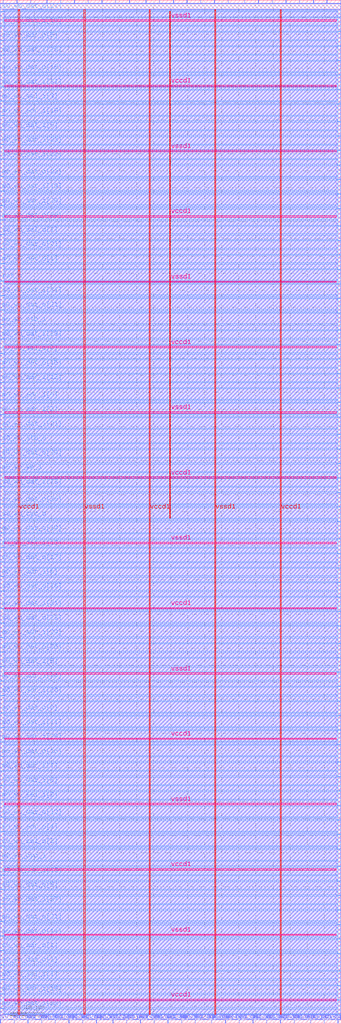
<source format=lef>
VERSION 5.7 ;
  NOWIREEXTENSIONATPIN ON ;
  DIVIDERCHAR "/" ;
  BUSBITCHARS "[]" ;
MACRO wb_interconnect
  CLASS BLOCK ;
  FOREIGN wb_interconnect ;
  ORIGIN 0.000 0.000 ;
  SIZE 400.000 BY 1200.000 ;
  PIN clk_i
    DIRECTION INPUT ;
    USE SIGNAL ;
    PORT
      LAYER met2 ;
        RECT 380.050 0.000 380.330 4.000 ;
    END
  END clk_i
  PIN m0_wb_ack_o
    DIRECTION OUTPUT TRISTATE ;
    USE SIGNAL ;
    PORT
      LAYER met3 ;
        RECT 396.000 1179.840 400.000 1180.440 ;
    END
  END m0_wb_ack_o
  PIN m0_wb_adr_i[0]
    DIRECTION INPUT ;
    USE SIGNAL ;
    PORT
      LAYER met3 ;
        RECT 0.000 731.040 4.000 731.640 ;
    END
  END m0_wb_adr_i[0]
  PIN m0_wb_adr_i[10]
    DIRECTION INPUT ;
    USE SIGNAL ;
    PORT
      LAYER met3 ;
        RECT 0.000 173.440 4.000 174.040 ;
    END
  END m0_wb_adr_i[10]
  PIN m0_wb_adr_i[11]
    DIRECTION INPUT ;
    USE SIGNAL ;
    PORT
      LAYER met2 ;
        RECT 64.490 0.000 64.770 4.000 ;
    END
  END m0_wb_adr_i[11]
  PIN m0_wb_adr_i[12]
    DIRECTION INPUT ;
    USE SIGNAL ;
    PORT
      LAYER met3 ;
        RECT 396.000 272.040 400.000 272.640 ;
    END
  END m0_wb_adr_i[12]
  PIN m0_wb_adr_i[13]
    DIRECTION INPUT ;
    USE SIGNAL ;
    PORT
      LAYER met3 ;
        RECT 0.000 751.440 4.000 752.040 ;
    END
  END m0_wb_adr_i[13]
  PIN m0_wb_adr_i[14]
    DIRECTION INPUT ;
    USE SIGNAL ;
    PORT
      LAYER met2 ;
        RECT 212.610 0.000 212.890 4.000 ;
    END
  END m0_wb_adr_i[14]
  PIN m0_wb_adr_i[15]
    DIRECTION INPUT ;
    USE SIGNAL ;
    PORT
      LAYER met3 ;
        RECT 396.000 482.840 400.000 483.440 ;
    END
  END m0_wb_adr_i[15]
  PIN m0_wb_adr_i[16]
    DIRECTION INPUT ;
    USE SIGNAL ;
    PORT
      LAYER met3 ;
        RECT 0.000 34.040 4.000 34.640 ;
    END
  END m0_wb_adr_i[16]
  PIN m0_wb_adr_i[17]
    DIRECTION INPUT ;
    USE SIGNAL ;
    PORT
      LAYER met3 ;
        RECT 396.000 588.240 400.000 588.840 ;
    END
  END m0_wb_adr_i[17]
  PIN m0_wb_adr_i[18]
    DIRECTION INPUT ;
    USE SIGNAL ;
    PORT
      LAYER met3 ;
        RECT 396.000 306.040 400.000 306.640 ;
    END
  END m0_wb_adr_i[18]
  PIN m0_wb_adr_i[19]
    DIRECTION INPUT ;
    USE SIGNAL ;
    PORT
      LAYER met3 ;
        RECT 0.000 1064.240 4.000 1064.840 ;
    END
  END m0_wb_adr_i[19]
  PIN m0_wb_adr_i[1]
    DIRECTION INPUT ;
    USE SIGNAL ;
    PORT
      LAYER met3 ;
        RECT 0.000 295.840 4.000 296.440 ;
    END
  END m0_wb_adr_i[1]
  PIN m0_wb_adr_i[20]
    DIRECTION INPUT ;
    USE SIGNAL ;
    PORT
      LAYER met3 ;
        RECT 0.000 384.240 4.000 384.840 ;
    END
  END m0_wb_adr_i[20]
  PIN m0_wb_adr_i[21]
    DIRECTION INPUT ;
    USE SIGNAL ;
    PORT
      LAYER met2 ;
        RECT 54.830 1196.000 55.110 1200.000 ;
    END
  END m0_wb_adr_i[21]
  PIN m0_wb_adr_i[22]
    DIRECTION INPUT ;
    USE SIGNAL ;
    PORT
      LAYER met2 ;
        RECT 180.410 0.000 180.690 4.000 ;
    END
  END m0_wb_adr_i[22]
  PIN m0_wb_adr_i[23]
    DIRECTION INPUT ;
    USE SIGNAL ;
    PORT
      LAYER met3 ;
        RECT 0.000 1030.240 4.000 1030.840 ;
    END
  END m0_wb_adr_i[23]
  PIN m0_wb_adr_i[24]
    DIRECTION INPUT ;
    USE SIGNAL ;
    PORT
      LAYER met3 ;
        RECT 0.000 401.240 4.000 401.840 ;
    END
  END m0_wb_adr_i[24]
  PIN m0_wb_adr_i[25]
    DIRECTION INPUT ;
    USE SIGNAL ;
    PORT
      LAYER met3 ;
        RECT 0.000 329.840 4.000 330.440 ;
    END
  END m0_wb_adr_i[25]
  PIN m0_wb_adr_i[26]
    DIRECTION INPUT ;
    USE SIGNAL ;
    PORT
      LAYER met3 ;
        RECT 396.000 115.640 400.000 116.240 ;
    END
  END m0_wb_adr_i[26]
  PIN m0_wb_adr_i[27]
    DIRECTION INPUT ;
    USE SIGNAL ;
    PORT
      LAYER met2 ;
        RECT 318.870 1196.000 319.150 1200.000 ;
    END
  END m0_wb_adr_i[27]
  PIN m0_wb_adr_i[28]
    DIRECTION INPUT ;
    USE SIGNAL ;
    PORT
      LAYER met2 ;
        RECT 35.510 1196.000 35.790 1200.000 ;
    END
  END m0_wb_adr_i[28]
  PIN m0_wb_adr_i[29]
    DIRECTION INPUT ;
    USE SIGNAL ;
    PORT
      LAYER met3 ;
        RECT 0.000 452.240 4.000 452.840 ;
    END
  END m0_wb_adr_i[29]
  PIN m0_wb_adr_i[2]
    DIRECTION INPUT ;
    USE SIGNAL ;
    PORT
      LAYER met3 ;
        RECT 396.000 605.240 400.000 605.840 ;
    END
  END m0_wb_adr_i[2]
  PIN m0_wb_adr_i[30]
    DIRECTION INPUT ;
    USE SIGNAL ;
    PORT
      LAYER met3 ;
        RECT 0.000 958.840 4.000 959.440 ;
    END
  END m0_wb_adr_i[30]
  PIN m0_wb_adr_i[31]
    DIRECTION INPUT ;
    USE SIGNAL ;
    PORT
      LAYER met3 ;
        RECT 396.000 867.040 400.000 867.640 ;
    END
  END m0_wb_adr_i[31]
  PIN m0_wb_adr_i[3]
    DIRECTION INPUT ;
    USE SIGNAL ;
    PORT
      LAYER met3 ;
        RECT 0.000 714.040 4.000 714.640 ;
    END
  END m0_wb_adr_i[3]
  PIN m0_wb_adr_i[4]
    DIRECTION INPUT ;
    USE SIGNAL ;
    PORT
      LAYER met2 ;
        RECT 302.770 1196.000 303.050 1200.000 ;
    END
  END m0_wb_adr_i[4]
  PIN m0_wb_adr_i[5]
    DIRECTION INPUT ;
    USE SIGNAL ;
    PORT
      LAYER met2 ;
        RECT 103.130 1196.000 103.410 1200.000 ;
    END
  END m0_wb_adr_i[5]
  PIN m0_wb_adr_i[6]
    DIRECTION INPUT ;
    USE SIGNAL ;
    PORT
      LAYER met3 ;
        RECT 0.000 523.640 4.000 524.240 ;
    END
  END m0_wb_adr_i[6]
  PIN m0_wb_adr_i[7]
    DIRECTION INPUT ;
    USE SIGNAL ;
    PORT
      LAYER met3 ;
        RECT 396.000 1077.840 400.000 1078.440 ;
    END
  END m0_wb_adr_i[7]
  PIN m0_wb_adr_i[8]
    DIRECTION INPUT ;
    USE SIGNAL ;
    PORT
      LAYER met3 ;
        RECT 396.000 989.440 400.000 990.040 ;
    END
  END m0_wb_adr_i[8]
  PIN m0_wb_adr_i[9]
    DIRECTION INPUT ;
    USE SIGNAL ;
    PORT
      LAYER met3 ;
        RECT 396.000 360.440 400.000 361.040 ;
    END
  END m0_wb_adr_i[9]
  PIN m0_wb_cyc_i
    DIRECTION INPUT ;
    USE SIGNAL ;
    PORT
      LAYER met3 ;
        RECT 0.000 190.440 4.000 191.040 ;
    END
  END m0_wb_cyc_i
  PIN m0_wb_dat_i[0]
    DIRECTION INPUT ;
    USE SIGNAL ;
    PORT
      LAYER met3 ;
        RECT 0.000 1047.240 4.000 1047.840 ;
    END
  END m0_wb_dat_i[0]
  PIN m0_wb_dat_i[10]
    DIRECTION INPUT ;
    USE SIGNAL ;
    PORT
      LAYER met3 ;
        RECT 396.000 1006.440 400.000 1007.040 ;
    END
  END m0_wb_dat_i[10]
  PIN m0_wb_dat_i[11]
    DIRECTION INPUT ;
    USE SIGNAL ;
    PORT
      LAYER met3 ;
        RECT 0.000 346.840 4.000 347.440 ;
    END
  END m0_wb_dat_i[11]
  PIN m0_wb_dat_i[12]
    DIRECTION INPUT ;
    USE SIGNAL ;
    PORT
      LAYER met3 ;
        RECT 396.000 499.840 400.000 500.440 ;
    END
  END m0_wb_dat_i[12]
  PIN m0_wb_dat_i[13]
    DIRECTION INPUT ;
    USE SIGNAL ;
    PORT
      LAYER met3 ;
        RECT 396.000 972.440 400.000 973.040 ;
    END
  END m0_wb_dat_i[13]
  PIN m0_wb_dat_i[14]
    DIRECTION INPUT ;
    USE SIGNAL ;
    PORT
      LAYER met3 ;
        RECT 396.000 639.240 400.000 639.840 ;
    END
  END m0_wb_dat_i[14]
  PIN m0_wb_dat_i[15]
    DIRECTION INPUT ;
    USE SIGNAL ;
    PORT
      LAYER met2 ;
        RECT 219.050 1196.000 219.330 1200.000 ;
    END
  END m0_wb_dat_i[15]
  PIN m0_wb_dat_i[16]
    DIRECTION INPUT ;
    USE SIGNAL ;
    PORT
      LAYER met2 ;
        RECT 202.950 1196.000 203.230 1200.000 ;
    END
  END m0_wb_dat_i[16]
  PIN m0_wb_dat_i[17]
    DIRECTION INPUT ;
    USE SIGNAL ;
    PORT
      LAYER met3 ;
        RECT 396.000 1111.840 400.000 1112.440 ;
    END
  END m0_wb_dat_i[17]
  PIN m0_wb_dat_i[18]
    DIRECTION INPUT ;
    USE SIGNAL ;
    PORT
      LAYER met3 ;
        RECT 0.000 557.640 4.000 558.240 ;
    END
  END m0_wb_dat_i[18]
  PIN m0_wb_dat_i[19]
    DIRECTION INPUT ;
    USE SIGNAL ;
    PORT
      LAYER met3 ;
        RECT 0.000 975.840 4.000 976.440 ;
    END
  END m0_wb_dat_i[19]
  PIN m0_wb_dat_i[1]
    DIRECTION INPUT ;
    USE SIGNAL ;
    PORT
      LAYER met2 ;
        RECT 312.430 0.000 312.710 4.000 ;
    END
  END m0_wb_dat_i[1]
  PIN m0_wb_dat_i[20]
    DIRECTION INPUT ;
    USE SIGNAL ;
    PORT
      LAYER met3 ;
        RECT 396.000 1162.840 400.000 1163.440 ;
    END
  END m0_wb_dat_i[20]
  PIN m0_wb_dat_i[21]
    DIRECTION INPUT ;
    USE SIGNAL ;
    PORT
      LAYER met3 ;
        RECT 0.000 486.240 4.000 486.840 ;
    END
  END m0_wb_dat_i[21]
  PIN m0_wb_dat_i[22]
    DIRECTION INPUT ;
    USE SIGNAL ;
    PORT
      LAYER met3 ;
        RECT 0.000 17.040 4.000 17.640 ;
    END
  END m0_wb_dat_i[22]
  PIN m0_wb_dat_i[23]
    DIRECTION INPUT ;
    USE SIGNAL ;
    PORT
      LAYER met2 ;
        RECT 132.110 0.000 132.390 4.000 ;
    END
  END m0_wb_dat_i[23]
  PIN m0_wb_dat_i[24]
    DIRECTION INPUT ;
    USE SIGNAL ;
    PORT
      LAYER met3 ;
        RECT 396.000 833.040 400.000 833.640 ;
    END
  END m0_wb_dat_i[24]
  PIN m0_wb_dat_i[25]
    DIRECTION INPUT ;
    USE SIGNAL ;
    PORT
      LAYER met3 ;
        RECT 396.000 516.840 400.000 517.440 ;
    END
  END m0_wb_dat_i[25]
  PIN m0_wb_dat_i[26]
    DIRECTION INPUT ;
    USE SIGNAL ;
    PORT
      LAYER met3 ;
        RECT 0.000 1135.640 4.000 1136.240 ;
    END
  END m0_wb_dat_i[26]
  PIN m0_wb_dat_i[27]
    DIRECTION INPUT ;
    USE SIGNAL ;
    PORT
      LAYER met2 ;
        RECT 248.030 0.000 248.310 4.000 ;
    END
  END m0_wb_dat_i[27]
  PIN m0_wb_dat_i[28]
    DIRECTION INPUT ;
    USE SIGNAL ;
    PORT
      LAYER met3 ;
        RECT 396.000 98.640 400.000 99.240 ;
    END
  END m0_wb_dat_i[28]
  PIN m0_wb_dat_i[29]
    DIRECTION INPUT ;
    USE SIGNAL ;
    PORT
      LAYER met3 ;
        RECT 0.000 802.440 4.000 803.040 ;
    END
  END m0_wb_dat_i[29]
  PIN m0_wb_dat_i[2]
    DIRECTION INPUT ;
    USE SIGNAL ;
    PORT
      LAYER met3 ;
        RECT 396.000 1094.840 400.000 1095.440 ;
    END
  END m0_wb_dat_i[2]
  PIN m0_wb_dat_i[30]
    DIRECTION INPUT ;
    USE SIGNAL ;
    PORT
      LAYER met3 ;
        RECT 396.000 761.640 400.000 762.240 ;
    END
  END m0_wb_dat_i[30]
  PIN m0_wb_dat_i[31]
    DIRECTION INPUT ;
    USE SIGNAL ;
    PORT
      LAYER met3 ;
        RECT 0.000 1098.240 4.000 1098.840 ;
    END
  END m0_wb_dat_i[31]
  PIN m0_wb_dat_i[3]
    DIRECTION INPUT ;
    USE SIGNAL ;
    PORT
      LAYER met3 ;
        RECT 396.000 183.640 400.000 184.240 ;
    END
  END m0_wb_dat_i[3]
  PIN m0_wb_dat_i[4]
    DIRECTION INPUT ;
    USE SIGNAL ;
    PORT
      LAYER met2 ;
        RECT 235.150 1196.000 235.430 1200.000 ;
    END
  END m0_wb_dat_i[4]
  PIN m0_wb_dat_i[5]
    DIRECTION INPUT ;
    USE SIGNAL ;
    PORT
      LAYER met3 ;
        RECT 0.000 418.240 4.000 418.840 ;
    END
  END m0_wb_dat_i[5]
  PIN m0_wb_dat_i[6]
    DIRECTION INPUT ;
    USE SIGNAL ;
    PORT
      LAYER met2 ;
        RECT 351.070 1196.000 351.350 1200.000 ;
    END
  END m0_wb_dat_i[6]
  PIN m0_wb_dat_i[7]
    DIRECTION INPUT ;
    USE SIGNAL ;
    PORT
      LAYER met3 ;
        RECT 396.000 411.440 400.000 412.040 ;
    END
  END m0_wb_dat_i[7]
  PIN m0_wb_dat_i[8]
    DIRECTION INPUT ;
    USE SIGNAL ;
    PORT
      LAYER met2 ;
        RECT 334.970 1196.000 335.250 1200.000 ;
    END
  END m0_wb_dat_i[8]
  PIN m0_wb_dat_i[9]
    DIRECTION INPUT ;
    USE SIGNAL ;
    PORT
      LAYER met3 ;
        RECT 396.000 550.840 400.000 551.440 ;
    END
  END m0_wb_dat_i[9]
  PIN m0_wb_dat_o[0]
    DIRECTION OUTPUT TRISTATE ;
    USE SIGNAL ;
    PORT
      LAYER met2 ;
        RECT 363.950 0.000 364.230 4.000 ;
    END
  END m0_wb_dat_o[0]
  PIN m0_wb_dat_o[10]
    DIRECTION OUTPUT TRISTATE ;
    USE SIGNAL ;
    PORT
      LAYER met3 ;
        RECT 396.000 727.640 400.000 728.240 ;
    END
  END m0_wb_dat_o[10]
  PIN m0_wb_dat_o[11]
    DIRECTION OUTPUT TRISTATE ;
    USE SIGNAL ;
    PORT
      LAYER met2 ;
        RECT 267.350 1196.000 267.630 1200.000 ;
    END
  END m0_wb_dat_o[11]
  PIN m0_wb_dat_o[12]
    DIRECTION OUTPUT TRISTATE ;
    USE SIGNAL ;
    PORT
      LAYER met3 ;
        RECT 396.000 204.040 400.000 204.640 ;
    END
  END m0_wb_dat_o[12]
  PIN m0_wb_dat_o[13]
    DIRECTION OUTPUT TRISTATE ;
    USE SIGNAL ;
    PORT
      LAYER met2 ;
        RECT 228.710 0.000 228.990 4.000 ;
    END
  END m0_wb_dat_o[13]
  PIN m0_wb_dat_o[14]
    DIRECTION OUTPUT TRISTATE ;
    USE SIGNAL ;
    PORT
      LAYER met3 ;
        RECT 0.000 102.040 4.000 102.640 ;
    END
  END m0_wb_dat_o[14]
  PIN m0_wb_dat_o[15]
    DIRECTION OUTPUT TRISTATE ;
    USE SIGNAL ;
    PORT
      LAYER met3 ;
        RECT 0.000 768.440 4.000 769.040 ;
    END
  END m0_wb_dat_o[15]
  PIN m0_wb_dat_o[16]
    DIRECTION OUTPUT TRISTATE ;
    USE SIGNAL ;
    PORT
      LAYER met3 ;
        RECT 0.000 312.840 4.000 313.440 ;
    END
  END m0_wb_dat_o[16]
  PIN m0_wb_dat_o[17]
    DIRECTION OUTPUT TRISTATE ;
    USE SIGNAL ;
    PORT
      LAYER met3 ;
        RECT 396.000 795.640 400.000 796.240 ;
    END
  END m0_wb_dat_o[17]
  PIN m0_wb_dat_o[18]
    DIRECTION OUTPUT TRISTATE ;
    USE SIGNAL ;
    PORT
      LAYER met3 ;
        RECT 0.000 1115.240 4.000 1115.840 ;
    END
  END m0_wb_dat_o[18]
  PIN m0_wb_dat_o[19]
    DIRECTION OUTPUT TRISTATE ;
    USE SIGNAL ;
    PORT
      LAYER met3 ;
        RECT 0.000 574.640 4.000 575.240 ;
    END
  END m0_wb_dat_o[19]
  PIN m0_wb_dat_o[1]
    DIRECTION OUTPUT TRISTATE ;
    USE SIGNAL ;
    PORT
      LAYER met3 ;
        RECT 0.000 890.840 4.000 891.440 ;
    END
  END m0_wb_dat_o[1]
  PIN m0_wb_dat_o[20]
    DIRECTION OUTPUT TRISTATE ;
    USE SIGNAL ;
    PORT
      LAYER met3 ;
        RECT 396.000 1040.440 400.000 1041.040 ;
    END
  END m0_wb_dat_o[20]
  PIN m0_wb_dat_o[21]
    DIRECTION OUTPUT TRISTATE ;
    USE SIGNAL ;
    PORT
      LAYER met3 ;
        RECT 0.000 836.440 4.000 837.040 ;
    END
  END m0_wb_dat_o[21]
  PIN m0_wb_dat_o[22]
    DIRECTION OUTPUT TRISTATE ;
    USE SIGNAL ;
    PORT
      LAYER met3 ;
        RECT 0.000 992.840 4.000 993.440 ;
    END
  END m0_wb_dat_o[22]
  PIN m0_wb_dat_o[23]
    DIRECTION OUTPUT TRISTATE ;
    USE SIGNAL ;
    PORT
      LAYER met3 ;
        RECT 396.000 221.040 400.000 221.640 ;
    END
  END m0_wb_dat_o[23]
  PIN m0_wb_dat_o[24]
    DIRECTION OUTPUT TRISTATE ;
    USE SIGNAL ;
    PORT
      LAYER met2 ;
        RECT 19.410 1196.000 19.690 1200.000 ;
    END
  END m0_wb_dat_o[24]
  PIN m0_wb_dat_o[25]
    DIRECTION OUTPUT TRISTATE ;
    USE SIGNAL ;
    PORT
      LAYER met2 ;
        RECT 383.270 1196.000 383.550 1200.000 ;
    END
  END m0_wb_dat_o[25]
  PIN m0_wb_dat_o[26]
    DIRECTION OUTPUT TRISTATE ;
    USE SIGNAL ;
    PORT
      LAYER met3 ;
        RECT 0.000 435.240 4.000 435.840 ;
    END
  END m0_wb_dat_o[26]
  PIN m0_wb_dat_o[27]
    DIRECTION OUTPUT TRISTATE ;
    USE SIGNAL ;
    PORT
      LAYER met2 ;
        RECT 32.290 0.000 32.570 4.000 ;
    END
  END m0_wb_dat_o[27]
  PIN m0_wb_dat_o[28]
    DIRECTION OUTPUT TRISTATE ;
    USE SIGNAL ;
    PORT
      LAYER met2 ;
        RECT 264.130 0.000 264.410 4.000 ;
    END
  END m0_wb_dat_o[28]
  PIN m0_wb_dat_o[29]
    DIRECTION OUTPUT TRISTATE ;
    USE SIGNAL ;
    PORT
      LAYER met3 ;
        RECT 0.000 941.840 4.000 942.440 ;
    END
  END m0_wb_dat_o[29]
  PIN m0_wb_dat_o[2]
    DIRECTION OUTPUT TRISTATE ;
    USE SIGNAL ;
    PORT
      LAYER met3 ;
        RECT 396.000 428.440 400.000 429.040 ;
    END
  END m0_wb_dat_o[2]
  PIN m0_wb_dat_o[30]
    DIRECTION OUTPUT TRISTATE ;
    USE SIGNAL ;
    PORT
      LAYER met2 ;
        RECT 296.330 0.000 296.610 4.000 ;
    END
  END m0_wb_dat_o[30]
  PIN m0_wb_dat_o[31]
    DIRECTION OUTPUT TRISTATE ;
    USE SIGNAL ;
    PORT
      LAYER met3 ;
        RECT 0.000 119.040 4.000 119.640 ;
    END
  END m0_wb_dat_o[31]
  PIN m0_wb_dat_o[3]
    DIRECTION OUTPUT TRISTATE ;
    USE SIGNAL ;
    PORT
      LAYER met3 ;
        RECT 396.000 255.040 400.000 255.640 ;
    END
  END m0_wb_dat_o[3]
  PIN m0_wb_dat_o[4]
    DIRECTION OUTPUT TRISTATE ;
    USE SIGNAL ;
    PORT
      LAYER met3 ;
        RECT 396.000 81.640 400.000 82.240 ;
    END
  END m0_wb_dat_o[4]
  PIN m0_wb_dat_o[5]
    DIRECTION OUTPUT TRISTATE ;
    USE SIGNAL ;
    PORT
      LAYER met3 ;
        RECT 396.000 812.640 400.000 813.240 ;
    END
  END m0_wb_dat_o[5]
  PIN m0_wb_dat_o[6]
    DIRECTION OUTPUT TRISTATE ;
    USE SIGNAL ;
    PORT
      LAYER met3 ;
        RECT 396.000 673.240 400.000 673.840 ;
    END
  END m0_wb_dat_o[6]
  PIN m0_wb_dat_o[7]
    DIRECTION OUTPUT TRISTATE ;
    USE SIGNAL ;
    PORT
      LAYER met2 ;
        RECT 286.670 1196.000 286.950 1200.000 ;
    END
  END m0_wb_dat_o[7]
  PIN m0_wb_dat_o[8]
    DIRECTION OUTPUT TRISTATE ;
    USE SIGNAL ;
    PORT
      LAYER met2 ;
        RECT 119.230 1196.000 119.510 1200.000 ;
    END
  END m0_wb_dat_o[8]
  PIN m0_wb_dat_o[9]
    DIRECTION OUTPUT TRISTATE ;
    USE SIGNAL ;
    PORT
      LAYER met3 ;
        RECT 396.000 238.040 400.000 238.640 ;
    END
  END m0_wb_dat_o[9]
  PIN m0_wb_sel_i[0]
    DIRECTION INPUT ;
    USE SIGNAL ;
    PORT
      LAYER met3 ;
        RECT 396.000 1145.840 400.000 1146.440 ;
    END
  END m0_wb_sel_i[0]
  PIN m0_wb_sel_i[1]
    DIRECTION INPUT ;
    USE SIGNAL ;
    PORT
      LAYER met3 ;
        RECT 0.000 51.040 4.000 51.640 ;
    END
  END m0_wb_sel_i[1]
  PIN m0_wb_sel_i[2]
    DIRECTION INPUT ;
    USE SIGNAL ;
    PORT
      LAYER met3 ;
        RECT 0.000 261.840 4.000 262.440 ;
    END
  END m0_wb_sel_i[2]
  PIN m0_wb_sel_i[3]
    DIRECTION INPUT ;
    USE SIGNAL ;
    PORT
      LAYER met3 ;
        RECT 0.000 1081.240 4.000 1081.840 ;
    END
  END m0_wb_sel_i[3]
  PIN m0_wb_stb_i
    DIRECTION INPUT ;
    USE SIGNAL ;
    PORT
      LAYER met3 ;
        RECT 0.000 819.440 4.000 820.040 ;
    END
  END m0_wb_stb_i
  PIN m0_wb_we_i
    DIRECTION INPUT ;
    USE SIGNAL ;
    PORT
      LAYER met3 ;
        RECT 0.000 646.040 4.000 646.640 ;
    END
  END m0_wb_we_i
  PIN rst_n
    DIRECTION INPUT ;
    USE SIGNAL ;
    PORT
      LAYER met3 ;
        RECT 0.000 870.440 4.000 871.040 ;
    END
  END rst_n
  PIN s0_wb_ack_i
    DIRECTION INPUT ;
    USE SIGNAL ;
    PORT
      LAYER met3 ;
        RECT 396.000 850.040 400.000 850.640 ;
    END
  END s0_wb_ack_i
  PIN s0_wb_adr_o[0]
    DIRECTION OUTPUT TRISTATE ;
    USE SIGNAL ;
    PORT
      LAYER met3 ;
        RECT 396.000 394.440 400.000 395.040 ;
    END
  END s0_wb_adr_o[0]
  PIN s0_wb_adr_o[1]
    DIRECTION OUTPUT TRISTATE ;
    USE SIGNAL ;
    PORT
      LAYER met3 ;
        RECT 0.000 85.040 4.000 85.640 ;
    END
  END s0_wb_adr_o[1]
  PIN s0_wb_adr_o[2]
    DIRECTION OUTPUT TRISTATE ;
    USE SIGNAL ;
    PORT
      LAYER met3 ;
        RECT 396.000 884.040 400.000 884.640 ;
    END
  END s0_wb_adr_o[2]
  PIN s0_wb_adr_o[3]
    DIRECTION OUTPUT TRISTATE ;
    USE SIGNAL ;
    PORT
      LAYER met3 ;
        RECT 396.000 10.240 400.000 10.840 ;
    END
  END s0_wb_adr_o[3]
  PIN s0_wb_adr_o[4]
    DIRECTION OUTPUT TRISTATE ;
    USE SIGNAL ;
    PORT
      LAYER met3 ;
        RECT 0.000 224.440 4.000 225.040 ;
    END
  END s0_wb_adr_o[4]
  PIN s0_wb_adr_o[5]
    DIRECTION OUTPUT TRISTATE ;
    USE SIGNAL ;
    PORT
      LAYER met3 ;
        RECT 0.000 1152.640 4.000 1153.240 ;
    END
  END s0_wb_adr_o[5]
  PIN s0_wb_adr_o[6]
    DIRECTION OUTPUT TRISTATE ;
    USE SIGNAL ;
    PORT
      LAYER met3 ;
        RECT 396.000 166.640 400.000 167.240 ;
    END
  END s0_wb_adr_o[6]
  PIN s0_wb_adr_o[7]
    DIRECTION OUTPUT TRISTATE ;
    USE SIGNAL ;
    PORT
      LAYER met3 ;
        RECT 396.000 343.440 400.000 344.040 ;
    END
  END s0_wb_adr_o[7]
  PIN s0_wb_cyc_o
    DIRECTION OUTPUT TRISTATE ;
    USE SIGNAL ;
    PORT
      LAYER met3 ;
        RECT 0.000 591.640 4.000 592.240 ;
    END
  END s0_wb_cyc_o
  PIN s0_wb_dat_i[0]
    DIRECTION INPUT ;
    USE SIGNAL ;
    PORT
      LAYER met3 ;
        RECT 396.000 710.640 400.000 711.240 ;
    END
  END s0_wb_dat_i[0]
  PIN s0_wb_dat_i[10]
    DIRECTION INPUT ;
    USE SIGNAL ;
    PORT
      LAYER met3 ;
        RECT 0.000 1169.640 4.000 1170.240 ;
    END
  END s0_wb_dat_i[10]
  PIN s0_wb_dat_i[11]
    DIRECTION INPUT ;
    USE SIGNAL ;
    PORT
      LAYER met2 ;
        RECT 87.030 1196.000 87.310 1200.000 ;
    END
  END s0_wb_dat_i[11]
  PIN s0_wb_dat_i[12]
    DIRECTION INPUT ;
    USE SIGNAL ;
    PORT
      LAYER met2 ;
        RECT 70.930 1196.000 71.210 1200.000 ;
    END
  END s0_wb_dat_i[12]
  PIN s0_wb_dat_i[13]
    DIRECTION INPUT ;
    USE SIGNAL ;
    PORT
      LAYER met3 ;
        RECT 0.000 629.040 4.000 629.640 ;
    END
  END s0_wb_dat_i[13]
  PIN s0_wb_dat_i[14]
    DIRECTION INPUT ;
    USE SIGNAL ;
    PORT
      LAYER met2 ;
        RECT 112.790 0.000 113.070 4.000 ;
    END
  END s0_wb_dat_i[14]
  PIN s0_wb_dat_i[15]
    DIRECTION INPUT ;
    USE SIGNAL ;
    PORT
      LAYER met3 ;
        RECT 396.000 533.840 400.000 534.440 ;
    END
  END s0_wb_dat_i[15]
  PIN s0_wb_dat_i[16]
    DIRECTION INPUT ;
    USE SIGNAL ;
    PORT
      LAYER met2 ;
        RECT 344.630 0.000 344.910 4.000 ;
    END
  END s0_wb_dat_i[16]
  PIN s0_wb_dat_i[17]
    DIRECTION INPUT ;
    USE SIGNAL ;
    PORT
      LAYER met3 ;
        RECT 396.000 1057.440 400.000 1058.040 ;
    END
  END s0_wb_dat_i[17]
  PIN s0_wb_dat_i[18]
    DIRECTION INPUT ;
    USE SIGNAL ;
    PORT
      LAYER met3 ;
        RECT 396.000 901.040 400.000 901.640 ;
    END
  END s0_wb_dat_i[18]
  PIN s0_wb_dat_i[19]
    DIRECTION INPUT ;
    USE SIGNAL ;
    PORT
      LAYER met2 ;
        RECT 135.330 1196.000 135.610 1200.000 ;
    END
  END s0_wb_dat_i[19]
  PIN s0_wb_dat_i[1]
    DIRECTION INPUT ;
    USE SIGNAL ;
    PORT
      LAYER met2 ;
        RECT 80.590 0.000 80.870 4.000 ;
    END
  END s0_wb_dat_i[1]
  PIN s0_wb_dat_i[20]
    DIRECTION INPUT ;
    USE SIGNAL ;
    PORT
      LAYER met3 ;
        RECT 396.000 622.240 400.000 622.840 ;
    END
  END s0_wb_dat_i[20]
  PIN s0_wb_dat_i[21]
    DIRECTION INPUT ;
    USE SIGNAL ;
    PORT
      LAYER met3 ;
        RECT 0.000 697.040 4.000 697.640 ;
    END
  END s0_wb_dat_i[21]
  PIN s0_wb_dat_i[22]
    DIRECTION INPUT ;
    USE SIGNAL ;
    PORT
      LAYER met3 ;
        RECT 0.000 1013.240 4.000 1013.840 ;
    END
  END s0_wb_dat_i[22]
  PIN s0_wb_dat_i[23]
    DIRECTION INPUT ;
    USE SIGNAL ;
    PORT
      LAYER met3 ;
        RECT 396.000 744.640 400.000 745.240 ;
    END
  END s0_wb_dat_i[23]
  PIN s0_wb_dat_i[24]
    DIRECTION INPUT ;
    USE SIGNAL ;
    PORT
      LAYER met3 ;
        RECT 396.000 445.440 400.000 446.040 ;
    END
  END s0_wb_dat_i[24]
  PIN s0_wb_dat_i[25]
    DIRECTION INPUT ;
    USE SIGNAL ;
    PORT
      LAYER met3 ;
        RECT 396.000 27.240 400.000 27.840 ;
    END
  END s0_wb_dat_i[25]
  PIN s0_wb_dat_i[26]
    DIRECTION INPUT ;
    USE SIGNAL ;
    PORT
      LAYER met3 ;
        RECT 396.000 1023.440 400.000 1024.040 ;
    END
  END s0_wb_dat_i[26]
  PIN s0_wb_dat_i[27]
    DIRECTION INPUT ;
    USE SIGNAL ;
    PORT
      LAYER met3 ;
        RECT 0.000 139.440 4.000 140.040 ;
    END
  END s0_wb_dat_i[27]
  PIN s0_wb_dat_i[28]
    DIRECTION INPUT ;
    USE SIGNAL ;
    PORT
      LAYER met2 ;
        RECT 196.510 0.000 196.790 4.000 ;
    END
  END s0_wb_dat_i[28]
  PIN s0_wb_dat_i[29]
    DIRECTION INPUT ;
    USE SIGNAL ;
    PORT
      LAYER met3 ;
        RECT 396.000 656.240 400.000 656.840 ;
    END
  END s0_wb_dat_i[29]
  PIN s0_wb_dat_i[2]
    DIRECTION INPUT ;
    USE SIGNAL ;
    PORT
      LAYER met3 ;
        RECT 396.000 132.640 400.000 133.240 ;
    END
  END s0_wb_dat_i[2]
  PIN s0_wb_dat_i[30]
    DIRECTION INPUT ;
    USE SIGNAL ;
    PORT
      LAYER met3 ;
        RECT 396.000 465.840 400.000 466.440 ;
    END
  END s0_wb_dat_i[30]
  PIN s0_wb_dat_i[31]
    DIRECTION INPUT ;
    USE SIGNAL ;
    PORT
      LAYER met3 ;
        RECT 0.000 853.440 4.000 854.040 ;
    END
  END s0_wb_dat_i[31]
  PIN s0_wb_dat_i[3]
    DIRECTION INPUT ;
    USE SIGNAL ;
    PORT
      LAYER met3 ;
        RECT 396.000 289.040 400.000 289.640 ;
    END
  END s0_wb_dat_i[3]
  PIN s0_wb_dat_i[4]
    DIRECTION INPUT ;
    USE SIGNAL ;
    PORT
      LAYER met2 ;
        RECT 96.690 0.000 96.970 4.000 ;
    END
  END s0_wb_dat_i[4]
  PIN s0_wb_dat_i[5]
    DIRECTION INPUT ;
    USE SIGNAL ;
    PORT
      LAYER met2 ;
        RECT 328.530 0.000 328.810 4.000 ;
    END
  END s0_wb_dat_i[5]
  PIN s0_wb_dat_i[6]
    DIRECTION INPUT ;
    USE SIGNAL ;
    PORT
      LAYER met3 ;
        RECT 0.000 278.840 4.000 279.440 ;
    END
  END s0_wb_dat_i[6]
  PIN s0_wb_dat_i[7]
    DIRECTION INPUT ;
    USE SIGNAL ;
    PORT
      LAYER met3 ;
        RECT 396.000 1128.840 400.000 1129.440 ;
    END
  END s0_wb_dat_i[7]
  PIN s0_wb_dat_i[8]
    DIRECTION INPUT ;
    USE SIGNAL ;
    PORT
      LAYER met3 ;
        RECT 396.000 918.040 400.000 918.640 ;
    END
  END s0_wb_dat_i[8]
  PIN s0_wb_dat_i[9]
    DIRECTION INPUT ;
    USE SIGNAL ;
    PORT
      LAYER met3 ;
        RECT 396.000 326.440 400.000 327.040 ;
    END
  END s0_wb_dat_i[9]
  PIN s0_wb_dat_o[0]
    DIRECTION OUTPUT TRISTATE ;
    USE SIGNAL ;
    PORT
      LAYER met3 ;
        RECT 0.000 363.840 4.000 364.440 ;
    END
  END s0_wb_dat_o[0]
  PIN s0_wb_dat_o[10]
    DIRECTION OUTPUT TRISTATE ;
    USE SIGNAL ;
    PORT
      LAYER met3 ;
        RECT 396.000 690.240 400.000 690.840 ;
    END
  END s0_wb_dat_o[10]
  PIN s0_wb_dat_o[11]
    DIRECTION OUTPUT TRISTATE ;
    USE SIGNAL ;
    PORT
      LAYER met2 ;
        RECT 16.190 0.000 16.470 4.000 ;
    END
  END s0_wb_dat_o[11]
  PIN s0_wb_dat_o[12]
    DIRECTION OUTPUT TRISTATE ;
    USE SIGNAL ;
    PORT
      LAYER met3 ;
        RECT 0.000 241.440 4.000 242.040 ;
    END
  END s0_wb_dat_o[12]
  PIN s0_wb_dat_o[13]
    DIRECTION OUTPUT TRISTATE ;
    USE SIGNAL ;
    PORT
      LAYER met2 ;
        RECT 399.370 1196.000 399.650 1200.000 ;
    END
  END s0_wb_dat_o[13]
  PIN s0_wb_dat_o[14]
    DIRECTION OUTPUT TRISTATE ;
    USE SIGNAL ;
    PORT
      LAYER met3 ;
        RECT 396.000 377.440 400.000 378.040 ;
    END
  END s0_wb_dat_o[14]
  PIN s0_wb_dat_o[15]
    DIRECTION OUTPUT TRISTATE ;
    USE SIGNAL ;
    PORT
      LAYER met2 ;
        RECT 367.170 1196.000 367.450 1200.000 ;
    END
  END s0_wb_dat_o[15]
  PIN s0_wb_dat_o[16]
    DIRECTION OUTPUT TRISTATE ;
    USE SIGNAL ;
    PORT
      LAYER met3 ;
        RECT 0.000 506.640 4.000 507.240 ;
    END
  END s0_wb_dat_o[16]
  PIN s0_wb_dat_o[17]
    DIRECTION OUTPUT TRISTATE ;
    USE SIGNAL ;
    PORT
      LAYER met3 ;
        RECT 0.000 540.640 4.000 541.240 ;
    END
  END s0_wb_dat_o[17]
  PIN s0_wb_dat_o[18]
    DIRECTION OUTPUT TRISTATE ;
    USE SIGNAL ;
    PORT
      LAYER met3 ;
        RECT 396.000 61.240 400.000 61.840 ;
    END
  END s0_wb_dat_o[18]
  PIN s0_wb_dat_o[19]
    DIRECTION OUTPUT TRISTATE ;
    USE SIGNAL ;
    PORT
      LAYER met2 ;
        RECT 0.090 0.000 0.370 4.000 ;
    END
  END s0_wb_dat_o[19]
  PIN s0_wb_dat_o[1]
    DIRECTION OUTPUT TRISTATE ;
    USE SIGNAL ;
    PORT
      LAYER met3 ;
        RECT 0.000 68.040 4.000 68.640 ;
    END
  END s0_wb_dat_o[1]
  PIN s0_wb_dat_o[20]
    DIRECTION OUTPUT TRISTATE ;
    USE SIGNAL ;
    PORT
      LAYER met3 ;
        RECT 0.000 608.640 4.000 609.240 ;
    END
  END s0_wb_dat_o[20]
  PIN s0_wb_dat_o[21]
    DIRECTION OUTPUT TRISTATE ;
    USE SIGNAL ;
    PORT
      LAYER met3 ;
        RECT 0.000 907.840 4.000 908.440 ;
    END
  END s0_wb_dat_o[21]
  PIN s0_wb_dat_o[22]
    DIRECTION OUTPUT TRISTATE ;
    USE SIGNAL ;
    PORT
      LAYER met2 ;
        RECT 3.310 1196.000 3.590 1200.000 ;
    END
  END s0_wb_dat_o[22]
  PIN s0_wb_dat_o[23]
    DIRECTION OUTPUT TRISTATE ;
    USE SIGNAL ;
    PORT
      LAYER met3 ;
        RECT 0.000 469.240 4.000 469.840 ;
    END
  END s0_wb_dat_o[23]
  PIN s0_wb_dat_o[24]
    DIRECTION OUTPUT TRISTATE ;
    USE SIGNAL ;
    PORT
      LAYER met2 ;
        RECT 148.210 0.000 148.490 4.000 ;
    END
  END s0_wb_dat_o[24]
  PIN s0_wb_dat_o[25]
    DIRECTION OUTPUT TRISTATE ;
    USE SIGNAL ;
    PORT
      LAYER met2 ;
        RECT 48.390 0.000 48.670 4.000 ;
    END
  END s0_wb_dat_o[25]
  PIN s0_wb_dat_o[26]
    DIRECTION OUTPUT TRISTATE ;
    USE SIGNAL ;
    PORT
      LAYER met2 ;
        RECT 151.430 1196.000 151.710 1200.000 ;
    END
  END s0_wb_dat_o[26]
  PIN s0_wb_dat_o[27]
    DIRECTION OUTPUT TRISTATE ;
    USE SIGNAL ;
    PORT
      LAYER met3 ;
        RECT 0.000 1186.640 4.000 1187.240 ;
    END
  END s0_wb_dat_o[27]
  PIN s0_wb_dat_o[28]
    DIRECTION OUTPUT TRISTATE ;
    USE SIGNAL ;
    PORT
      LAYER met2 ;
        RECT 396.150 0.000 396.430 4.000 ;
    END
  END s0_wb_dat_o[28]
  PIN s0_wb_dat_o[29]
    DIRECTION OUTPUT TRISTATE ;
    USE SIGNAL ;
    PORT
      LAYER met2 ;
        RECT 251.250 1196.000 251.530 1200.000 ;
    END
  END s0_wb_dat_o[29]
  PIN s0_wb_dat_o[2]
    DIRECTION OUTPUT TRISTATE ;
    USE SIGNAL ;
    PORT
      LAYER met3 ;
        RECT 396.000 567.840 400.000 568.440 ;
    END
  END s0_wb_dat_o[2]
  PIN s0_wb_dat_o[30]
    DIRECTION OUTPUT TRISTATE ;
    USE SIGNAL ;
    PORT
      LAYER met3 ;
        RECT 0.000 663.040 4.000 663.640 ;
    END
  END s0_wb_dat_o[30]
  PIN s0_wb_dat_o[31]
    DIRECTION OUTPUT TRISTATE ;
    USE SIGNAL ;
    PORT
      LAYER met3 ;
        RECT 396.000 955.440 400.000 956.040 ;
    END
  END s0_wb_dat_o[31]
  PIN s0_wb_dat_o[3]
    DIRECTION OUTPUT TRISTATE ;
    USE SIGNAL ;
    PORT
      LAYER met2 ;
        RECT 164.310 0.000 164.590 4.000 ;
    END
  END s0_wb_dat_o[3]
  PIN s0_wb_dat_o[4]
    DIRECTION OUTPUT TRISTATE ;
    USE SIGNAL ;
    PORT
      LAYER met2 ;
        RECT 280.230 0.000 280.510 4.000 ;
    END
  END s0_wb_dat_o[4]
  PIN s0_wb_dat_o[5]
    DIRECTION OUTPUT TRISTATE ;
    USE SIGNAL ;
    PORT
      LAYER met3 ;
        RECT 0.000 156.440 4.000 157.040 ;
    END
  END s0_wb_dat_o[5]
  PIN s0_wb_dat_o[6]
    DIRECTION OUTPUT TRISTATE ;
    USE SIGNAL ;
    PORT
      LAYER met3 ;
        RECT 396.000 935.040 400.000 935.640 ;
    END
  END s0_wb_dat_o[6]
  PIN s0_wb_dat_o[7]
    DIRECTION OUTPUT TRISTATE ;
    USE SIGNAL ;
    PORT
      LAYER met3 ;
        RECT 396.000 44.240 400.000 44.840 ;
    END
  END s0_wb_dat_o[7]
  PIN s0_wb_dat_o[8]
    DIRECTION OUTPUT TRISTATE ;
    USE SIGNAL ;
    PORT
      LAYER met2 ;
        RECT 186.850 1196.000 187.130 1200.000 ;
    END
  END s0_wb_dat_o[8]
  PIN s0_wb_dat_o[9]
    DIRECTION OUTPUT TRISTATE ;
    USE SIGNAL ;
    PORT
      LAYER met2 ;
        RECT 170.750 1196.000 171.030 1200.000 ;
    END
  END s0_wb_dat_o[9]
  PIN s0_wb_sel_o[0]
    DIRECTION OUTPUT TRISTATE ;
    USE SIGNAL ;
    PORT
      LAYER met3 ;
        RECT 0.000 785.440 4.000 786.040 ;
    END
  END s0_wb_sel_o[0]
  PIN s0_wb_sel_o[1]
    DIRECTION OUTPUT TRISTATE ;
    USE SIGNAL ;
    PORT
      LAYER met3 ;
        RECT 0.000 924.840 4.000 925.440 ;
    END
  END s0_wb_sel_o[1]
  PIN s0_wb_sel_o[2]
    DIRECTION OUTPUT TRISTATE ;
    USE SIGNAL ;
    PORT
      LAYER met3 ;
        RECT 396.000 149.640 400.000 150.240 ;
    END
  END s0_wb_sel_o[2]
  PIN s0_wb_sel_o[3]
    DIRECTION OUTPUT TRISTATE ;
    USE SIGNAL ;
    PORT
      LAYER met3 ;
        RECT 0.000 207.440 4.000 208.040 ;
    END
  END s0_wb_sel_o[3]
  PIN s0_wb_stb_o
    DIRECTION OUTPUT TRISTATE ;
    USE SIGNAL ;
    PORT
      LAYER met3 ;
        RECT 0.000 680.040 4.000 680.640 ;
    END
  END s0_wb_stb_o
  PIN s0_wb_we_o
    DIRECTION OUTPUT TRISTATE ;
    USE SIGNAL ;
    PORT
      LAYER met3 ;
        RECT 396.000 778.640 400.000 779.240 ;
    END
  END s0_wb_we_o
  PIN vccd1
    DIRECTION INPUT ;
    USE POWER ;
    PORT
      LAYER met5 ;
        RECT 5.520 26.490 394.220 28.090 ;
    END
    PORT
      LAYER met5 ;
        RECT 5.520 179.670 394.220 181.270 ;
    END
    PORT
      LAYER met5 ;
        RECT 5.520 332.850 394.220 334.450 ;
    END
    PORT
      LAYER met5 ;
        RECT 5.520 486.030 394.220 487.630 ;
    END
    PORT
      LAYER met5 ;
        RECT 5.520 639.210 394.220 640.810 ;
    END
    PORT
      LAYER met5 ;
        RECT 5.520 792.390 394.220 793.990 ;
    END
    PORT
      LAYER met5 ;
        RECT 5.520 945.570 394.220 947.170 ;
    END
    PORT
      LAYER met5 ;
        RECT 5.520 1098.750 394.220 1100.350 ;
    END
    PORT
      LAYER met4 ;
        RECT 21.040 10.640 22.640 1188.880 ;
    END
    PORT
      LAYER met4 ;
        RECT 174.640 10.640 176.240 1188.880 ;
    END
    PORT
      LAYER met4 ;
        RECT 328.240 10.640 329.840 1188.880 ;
    END
  END vccd1
  PIN vssd1
    DIRECTION INPUT ;
    USE GROUND ;
    PORT
      LAYER met5 ;
        RECT 5.520 103.080 394.220 104.680 ;
    END
    PORT
      LAYER met5 ;
        RECT 5.520 256.260 394.220 257.860 ;
    END
    PORT
      LAYER met5 ;
        RECT 5.520 409.440 394.220 411.040 ;
    END
    PORT
      LAYER met5 ;
        RECT 5.520 562.620 394.220 564.220 ;
    END
    PORT
      LAYER met5 ;
        RECT 5.520 715.800 394.220 717.400 ;
    END
    PORT
      LAYER met5 ;
        RECT 5.520 868.980 394.220 870.580 ;
    END
    PORT
      LAYER met5 ;
        RECT 5.520 1022.160 394.220 1023.760 ;
    END
    PORT
      LAYER met5 ;
        RECT 5.520 1175.340 394.220 1176.940 ;
    END
    PORT
      LAYER met4 ;
        RECT 97.840 10.640 99.440 1188.880 ;
    END
    PORT
      LAYER met4 ;
        RECT 251.440 10.640 253.040 1188.880 ;
    END
  END vssd1
  OBS
      LAYER li1 ;
        RECT 5.520 10.795 394.220 1188.725 ;
      LAYER met1 ;
        RECT 0.070 10.240 399.670 1189.620 ;
      LAYER met2 ;
        RECT 0.100 1195.720 3.030 1196.530 ;
        RECT 3.870 1195.720 19.130 1196.530 ;
        RECT 19.970 1195.720 35.230 1196.530 ;
        RECT 36.070 1195.720 54.550 1196.530 ;
        RECT 55.390 1195.720 70.650 1196.530 ;
        RECT 71.490 1195.720 86.750 1196.530 ;
        RECT 87.590 1195.720 102.850 1196.530 ;
        RECT 103.690 1195.720 118.950 1196.530 ;
        RECT 119.790 1195.720 135.050 1196.530 ;
        RECT 135.890 1195.720 151.150 1196.530 ;
        RECT 151.990 1195.720 170.470 1196.530 ;
        RECT 171.310 1195.720 186.570 1196.530 ;
        RECT 187.410 1195.720 202.670 1196.530 ;
        RECT 203.510 1195.720 218.770 1196.530 ;
        RECT 219.610 1195.720 234.870 1196.530 ;
        RECT 235.710 1195.720 250.970 1196.530 ;
        RECT 251.810 1195.720 267.070 1196.530 ;
        RECT 267.910 1195.720 286.390 1196.530 ;
        RECT 287.230 1195.720 302.490 1196.530 ;
        RECT 303.330 1195.720 318.590 1196.530 ;
        RECT 319.430 1195.720 334.690 1196.530 ;
        RECT 335.530 1195.720 350.790 1196.530 ;
        RECT 351.630 1195.720 366.890 1196.530 ;
        RECT 367.730 1195.720 382.990 1196.530 ;
        RECT 383.830 1195.720 399.090 1196.530 ;
        RECT 0.100 4.280 399.640 1195.720 ;
        RECT 0.650 4.000 15.910 4.280 ;
        RECT 16.750 4.000 32.010 4.280 ;
        RECT 32.850 4.000 48.110 4.280 ;
        RECT 48.950 4.000 64.210 4.280 ;
        RECT 65.050 4.000 80.310 4.280 ;
        RECT 81.150 4.000 96.410 4.280 ;
        RECT 97.250 4.000 112.510 4.280 ;
        RECT 113.350 4.000 131.830 4.280 ;
        RECT 132.670 4.000 147.930 4.280 ;
        RECT 148.770 4.000 164.030 4.280 ;
        RECT 164.870 4.000 180.130 4.280 ;
        RECT 180.970 4.000 196.230 4.280 ;
        RECT 197.070 4.000 212.330 4.280 ;
        RECT 213.170 4.000 228.430 4.280 ;
        RECT 229.270 4.000 247.750 4.280 ;
        RECT 248.590 4.000 263.850 4.280 ;
        RECT 264.690 4.000 279.950 4.280 ;
        RECT 280.790 4.000 296.050 4.280 ;
        RECT 296.890 4.000 312.150 4.280 ;
        RECT 312.990 4.000 328.250 4.280 ;
        RECT 329.090 4.000 344.350 4.280 ;
        RECT 345.190 4.000 363.670 4.280 ;
        RECT 364.510 4.000 379.770 4.280 ;
        RECT 380.610 4.000 395.870 4.280 ;
        RECT 396.710 4.000 399.640 4.280 ;
      LAYER met3 ;
        RECT 4.000 1187.640 396.000 1188.805 ;
        RECT 4.400 1186.240 396.000 1187.640 ;
        RECT 4.000 1180.840 396.000 1186.240 ;
        RECT 4.000 1179.440 395.600 1180.840 ;
        RECT 4.000 1170.640 396.000 1179.440 ;
        RECT 4.400 1169.240 396.000 1170.640 ;
        RECT 4.000 1163.840 396.000 1169.240 ;
        RECT 4.000 1162.440 395.600 1163.840 ;
        RECT 4.000 1153.640 396.000 1162.440 ;
        RECT 4.400 1152.240 396.000 1153.640 ;
        RECT 4.000 1146.840 396.000 1152.240 ;
        RECT 4.000 1145.440 395.600 1146.840 ;
        RECT 4.000 1136.640 396.000 1145.440 ;
        RECT 4.400 1135.240 396.000 1136.640 ;
        RECT 4.000 1129.840 396.000 1135.240 ;
        RECT 4.000 1128.440 395.600 1129.840 ;
        RECT 4.000 1116.240 396.000 1128.440 ;
        RECT 4.400 1114.840 396.000 1116.240 ;
        RECT 4.000 1112.840 396.000 1114.840 ;
        RECT 4.000 1111.440 395.600 1112.840 ;
        RECT 4.000 1099.240 396.000 1111.440 ;
        RECT 4.400 1097.840 396.000 1099.240 ;
        RECT 4.000 1095.840 396.000 1097.840 ;
        RECT 4.000 1094.440 395.600 1095.840 ;
        RECT 4.000 1082.240 396.000 1094.440 ;
        RECT 4.400 1080.840 396.000 1082.240 ;
        RECT 4.000 1078.840 396.000 1080.840 ;
        RECT 4.000 1077.440 395.600 1078.840 ;
        RECT 4.000 1065.240 396.000 1077.440 ;
        RECT 4.400 1063.840 396.000 1065.240 ;
        RECT 4.000 1058.440 396.000 1063.840 ;
        RECT 4.000 1057.040 395.600 1058.440 ;
        RECT 4.000 1048.240 396.000 1057.040 ;
        RECT 4.400 1046.840 396.000 1048.240 ;
        RECT 4.000 1041.440 396.000 1046.840 ;
        RECT 4.000 1040.040 395.600 1041.440 ;
        RECT 4.000 1031.240 396.000 1040.040 ;
        RECT 4.400 1029.840 396.000 1031.240 ;
        RECT 4.000 1024.440 396.000 1029.840 ;
        RECT 4.000 1023.040 395.600 1024.440 ;
        RECT 4.000 1014.240 396.000 1023.040 ;
        RECT 4.400 1012.840 396.000 1014.240 ;
        RECT 4.000 1007.440 396.000 1012.840 ;
        RECT 4.000 1006.040 395.600 1007.440 ;
        RECT 4.000 993.840 396.000 1006.040 ;
        RECT 4.400 992.440 396.000 993.840 ;
        RECT 4.000 990.440 396.000 992.440 ;
        RECT 4.000 989.040 395.600 990.440 ;
        RECT 4.000 976.840 396.000 989.040 ;
        RECT 4.400 975.440 396.000 976.840 ;
        RECT 4.000 973.440 396.000 975.440 ;
        RECT 4.000 972.040 395.600 973.440 ;
        RECT 4.000 959.840 396.000 972.040 ;
        RECT 4.400 958.440 396.000 959.840 ;
        RECT 4.000 956.440 396.000 958.440 ;
        RECT 4.000 955.040 395.600 956.440 ;
        RECT 4.000 942.840 396.000 955.040 ;
        RECT 4.400 941.440 396.000 942.840 ;
        RECT 4.000 936.040 396.000 941.440 ;
        RECT 4.000 934.640 395.600 936.040 ;
        RECT 4.000 925.840 396.000 934.640 ;
        RECT 4.400 924.440 396.000 925.840 ;
        RECT 4.000 919.040 396.000 924.440 ;
        RECT 4.000 917.640 395.600 919.040 ;
        RECT 4.000 908.840 396.000 917.640 ;
        RECT 4.400 907.440 396.000 908.840 ;
        RECT 4.000 902.040 396.000 907.440 ;
        RECT 4.000 900.640 395.600 902.040 ;
        RECT 4.000 891.840 396.000 900.640 ;
        RECT 4.400 890.440 396.000 891.840 ;
        RECT 4.000 885.040 396.000 890.440 ;
        RECT 4.000 883.640 395.600 885.040 ;
        RECT 4.000 871.440 396.000 883.640 ;
        RECT 4.400 870.040 396.000 871.440 ;
        RECT 4.000 868.040 396.000 870.040 ;
        RECT 4.000 866.640 395.600 868.040 ;
        RECT 4.000 854.440 396.000 866.640 ;
        RECT 4.400 853.040 396.000 854.440 ;
        RECT 4.000 851.040 396.000 853.040 ;
        RECT 4.000 849.640 395.600 851.040 ;
        RECT 4.000 837.440 396.000 849.640 ;
        RECT 4.400 836.040 396.000 837.440 ;
        RECT 4.000 834.040 396.000 836.040 ;
        RECT 4.000 832.640 395.600 834.040 ;
        RECT 4.000 820.440 396.000 832.640 ;
        RECT 4.400 819.040 396.000 820.440 ;
        RECT 4.000 813.640 396.000 819.040 ;
        RECT 4.000 812.240 395.600 813.640 ;
        RECT 4.000 803.440 396.000 812.240 ;
        RECT 4.400 802.040 396.000 803.440 ;
        RECT 4.000 796.640 396.000 802.040 ;
        RECT 4.000 795.240 395.600 796.640 ;
        RECT 4.000 786.440 396.000 795.240 ;
        RECT 4.400 785.040 396.000 786.440 ;
        RECT 4.000 779.640 396.000 785.040 ;
        RECT 4.000 778.240 395.600 779.640 ;
        RECT 4.000 769.440 396.000 778.240 ;
        RECT 4.400 768.040 396.000 769.440 ;
        RECT 4.000 762.640 396.000 768.040 ;
        RECT 4.000 761.240 395.600 762.640 ;
        RECT 4.000 752.440 396.000 761.240 ;
        RECT 4.400 751.040 396.000 752.440 ;
        RECT 4.000 745.640 396.000 751.040 ;
        RECT 4.000 744.240 395.600 745.640 ;
        RECT 4.000 732.040 396.000 744.240 ;
        RECT 4.400 730.640 396.000 732.040 ;
        RECT 4.000 728.640 396.000 730.640 ;
        RECT 4.000 727.240 395.600 728.640 ;
        RECT 4.000 715.040 396.000 727.240 ;
        RECT 4.400 713.640 396.000 715.040 ;
        RECT 4.000 711.640 396.000 713.640 ;
        RECT 4.000 710.240 395.600 711.640 ;
        RECT 4.000 698.040 396.000 710.240 ;
        RECT 4.400 696.640 396.000 698.040 ;
        RECT 4.000 691.240 396.000 696.640 ;
        RECT 4.000 689.840 395.600 691.240 ;
        RECT 4.000 681.040 396.000 689.840 ;
        RECT 4.400 679.640 396.000 681.040 ;
        RECT 4.000 674.240 396.000 679.640 ;
        RECT 4.000 672.840 395.600 674.240 ;
        RECT 4.000 664.040 396.000 672.840 ;
        RECT 4.400 662.640 396.000 664.040 ;
        RECT 4.000 657.240 396.000 662.640 ;
        RECT 4.000 655.840 395.600 657.240 ;
        RECT 4.000 647.040 396.000 655.840 ;
        RECT 4.400 645.640 396.000 647.040 ;
        RECT 4.000 640.240 396.000 645.640 ;
        RECT 4.000 638.840 395.600 640.240 ;
        RECT 4.000 630.040 396.000 638.840 ;
        RECT 4.400 628.640 396.000 630.040 ;
        RECT 4.000 623.240 396.000 628.640 ;
        RECT 4.000 621.840 395.600 623.240 ;
        RECT 4.000 609.640 396.000 621.840 ;
        RECT 4.400 608.240 396.000 609.640 ;
        RECT 4.000 606.240 396.000 608.240 ;
        RECT 4.000 604.840 395.600 606.240 ;
        RECT 4.000 592.640 396.000 604.840 ;
        RECT 4.400 591.240 396.000 592.640 ;
        RECT 4.000 589.240 396.000 591.240 ;
        RECT 4.000 587.840 395.600 589.240 ;
        RECT 4.000 575.640 396.000 587.840 ;
        RECT 4.400 574.240 396.000 575.640 ;
        RECT 4.000 568.840 396.000 574.240 ;
        RECT 4.000 567.440 395.600 568.840 ;
        RECT 4.000 558.640 396.000 567.440 ;
        RECT 4.400 557.240 396.000 558.640 ;
        RECT 4.000 551.840 396.000 557.240 ;
        RECT 4.000 550.440 395.600 551.840 ;
        RECT 4.000 541.640 396.000 550.440 ;
        RECT 4.400 540.240 396.000 541.640 ;
        RECT 4.000 534.840 396.000 540.240 ;
        RECT 4.000 533.440 395.600 534.840 ;
        RECT 4.000 524.640 396.000 533.440 ;
        RECT 4.400 523.240 396.000 524.640 ;
        RECT 4.000 517.840 396.000 523.240 ;
        RECT 4.000 516.440 395.600 517.840 ;
        RECT 4.000 507.640 396.000 516.440 ;
        RECT 4.400 506.240 396.000 507.640 ;
        RECT 4.000 500.840 396.000 506.240 ;
        RECT 4.000 499.440 395.600 500.840 ;
        RECT 4.000 487.240 396.000 499.440 ;
        RECT 4.400 485.840 396.000 487.240 ;
        RECT 4.000 483.840 396.000 485.840 ;
        RECT 4.000 482.440 395.600 483.840 ;
        RECT 4.000 470.240 396.000 482.440 ;
        RECT 4.400 468.840 396.000 470.240 ;
        RECT 4.000 466.840 396.000 468.840 ;
        RECT 4.000 465.440 395.600 466.840 ;
        RECT 4.000 453.240 396.000 465.440 ;
        RECT 4.400 451.840 396.000 453.240 ;
        RECT 4.000 446.440 396.000 451.840 ;
        RECT 4.000 445.040 395.600 446.440 ;
        RECT 4.000 436.240 396.000 445.040 ;
        RECT 4.400 434.840 396.000 436.240 ;
        RECT 4.000 429.440 396.000 434.840 ;
        RECT 4.000 428.040 395.600 429.440 ;
        RECT 4.000 419.240 396.000 428.040 ;
        RECT 4.400 417.840 396.000 419.240 ;
        RECT 4.000 412.440 396.000 417.840 ;
        RECT 4.000 411.040 395.600 412.440 ;
        RECT 4.000 402.240 396.000 411.040 ;
        RECT 4.400 400.840 396.000 402.240 ;
        RECT 4.000 395.440 396.000 400.840 ;
        RECT 4.000 394.040 395.600 395.440 ;
        RECT 4.000 385.240 396.000 394.040 ;
        RECT 4.400 383.840 396.000 385.240 ;
        RECT 4.000 378.440 396.000 383.840 ;
        RECT 4.000 377.040 395.600 378.440 ;
        RECT 4.000 364.840 396.000 377.040 ;
        RECT 4.400 363.440 396.000 364.840 ;
        RECT 4.000 361.440 396.000 363.440 ;
        RECT 4.000 360.040 395.600 361.440 ;
        RECT 4.000 347.840 396.000 360.040 ;
        RECT 4.400 346.440 396.000 347.840 ;
        RECT 4.000 344.440 396.000 346.440 ;
        RECT 4.000 343.040 395.600 344.440 ;
        RECT 4.000 330.840 396.000 343.040 ;
        RECT 4.400 329.440 396.000 330.840 ;
        RECT 4.000 327.440 396.000 329.440 ;
        RECT 4.000 326.040 395.600 327.440 ;
        RECT 4.000 313.840 396.000 326.040 ;
        RECT 4.400 312.440 396.000 313.840 ;
        RECT 4.000 307.040 396.000 312.440 ;
        RECT 4.000 305.640 395.600 307.040 ;
        RECT 4.000 296.840 396.000 305.640 ;
        RECT 4.400 295.440 396.000 296.840 ;
        RECT 4.000 290.040 396.000 295.440 ;
        RECT 4.000 288.640 395.600 290.040 ;
        RECT 4.000 279.840 396.000 288.640 ;
        RECT 4.400 278.440 396.000 279.840 ;
        RECT 4.000 273.040 396.000 278.440 ;
        RECT 4.000 271.640 395.600 273.040 ;
        RECT 4.000 262.840 396.000 271.640 ;
        RECT 4.400 261.440 396.000 262.840 ;
        RECT 4.000 256.040 396.000 261.440 ;
        RECT 4.000 254.640 395.600 256.040 ;
        RECT 4.000 242.440 396.000 254.640 ;
        RECT 4.400 241.040 396.000 242.440 ;
        RECT 4.000 239.040 396.000 241.040 ;
        RECT 4.000 237.640 395.600 239.040 ;
        RECT 4.000 225.440 396.000 237.640 ;
        RECT 4.400 224.040 396.000 225.440 ;
        RECT 4.000 222.040 396.000 224.040 ;
        RECT 4.000 220.640 395.600 222.040 ;
        RECT 4.000 208.440 396.000 220.640 ;
        RECT 4.400 207.040 396.000 208.440 ;
        RECT 4.000 205.040 396.000 207.040 ;
        RECT 4.000 203.640 395.600 205.040 ;
        RECT 4.000 191.440 396.000 203.640 ;
        RECT 4.400 190.040 396.000 191.440 ;
        RECT 4.000 184.640 396.000 190.040 ;
        RECT 4.000 183.240 395.600 184.640 ;
        RECT 4.000 174.440 396.000 183.240 ;
        RECT 4.400 173.040 396.000 174.440 ;
        RECT 4.000 167.640 396.000 173.040 ;
        RECT 4.000 166.240 395.600 167.640 ;
        RECT 4.000 157.440 396.000 166.240 ;
        RECT 4.400 156.040 396.000 157.440 ;
        RECT 4.000 150.640 396.000 156.040 ;
        RECT 4.000 149.240 395.600 150.640 ;
        RECT 4.000 140.440 396.000 149.240 ;
        RECT 4.400 139.040 396.000 140.440 ;
        RECT 4.000 133.640 396.000 139.040 ;
        RECT 4.000 132.240 395.600 133.640 ;
        RECT 4.000 120.040 396.000 132.240 ;
        RECT 4.400 118.640 396.000 120.040 ;
        RECT 4.000 116.640 396.000 118.640 ;
        RECT 4.000 115.240 395.600 116.640 ;
        RECT 4.000 103.040 396.000 115.240 ;
        RECT 4.400 101.640 396.000 103.040 ;
        RECT 4.000 99.640 396.000 101.640 ;
        RECT 4.000 98.240 395.600 99.640 ;
        RECT 4.000 86.040 396.000 98.240 ;
        RECT 4.400 84.640 396.000 86.040 ;
        RECT 4.000 82.640 396.000 84.640 ;
        RECT 4.000 81.240 395.600 82.640 ;
        RECT 4.000 69.040 396.000 81.240 ;
        RECT 4.400 67.640 396.000 69.040 ;
        RECT 4.000 62.240 396.000 67.640 ;
        RECT 4.000 60.840 395.600 62.240 ;
        RECT 4.000 52.040 396.000 60.840 ;
        RECT 4.400 50.640 396.000 52.040 ;
        RECT 4.000 45.240 396.000 50.640 ;
        RECT 4.000 43.840 395.600 45.240 ;
        RECT 4.000 35.040 396.000 43.840 ;
        RECT 4.400 33.640 396.000 35.040 ;
        RECT 4.000 28.240 396.000 33.640 ;
        RECT 4.000 26.840 395.600 28.240 ;
        RECT 4.000 18.040 396.000 26.840 ;
        RECT 4.400 16.640 396.000 18.040 ;
        RECT 4.000 11.240 396.000 16.640 ;
        RECT 4.000 10.375 395.600 11.240 ;
      LAYER met4 ;
        RECT 199.015 592.455 199.345 1187.105 ;
  END
END wb_interconnect
END LIBRARY


</source>
